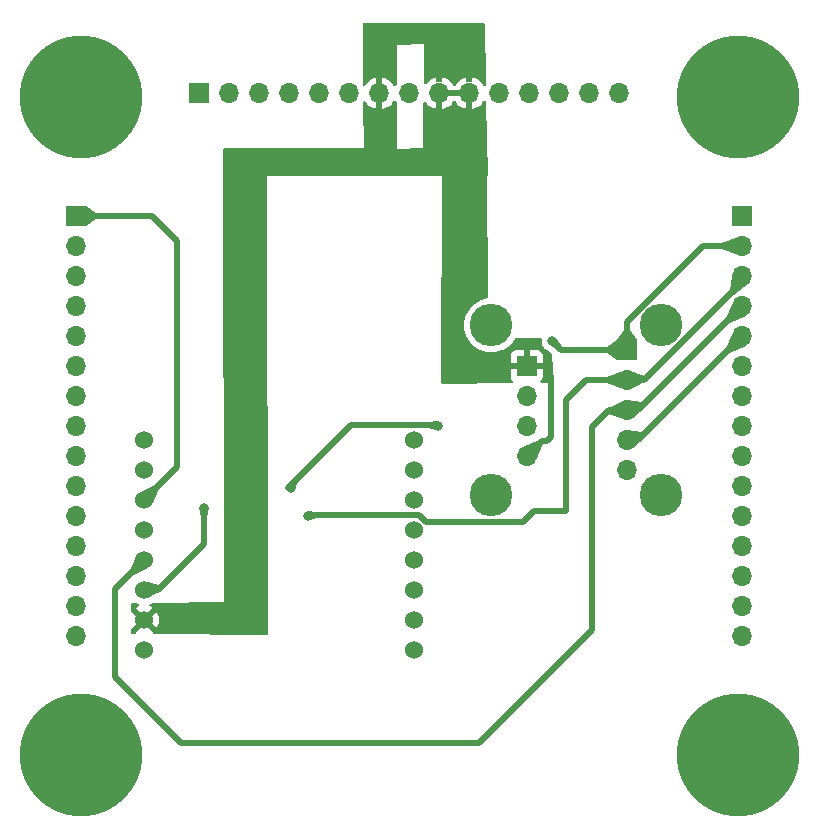
<source format=gbr>
%TF.GenerationSoftware,KiCad,Pcbnew,7.0.7*%
%TF.CreationDate,2024-04-01T01:40:13+05:30*%
%TF.ProjectId,FC_THT_STACK_2,46435f54-4854-45f5-9354-41434b5f322e,rev?*%
%TF.SameCoordinates,Original*%
%TF.FileFunction,Copper,L1,Top*%
%TF.FilePolarity,Positive*%
%FSLAX46Y46*%
G04 Gerber Fmt 4.6, Leading zero omitted, Abs format (unit mm)*
G04 Created by KiCad (PCBNEW 7.0.7) date 2024-04-01 01:40:13*
%MOMM*%
%LPD*%
G01*
G04 APERTURE LIST*
%TA.AperFunction,ComponentPad*%
%ADD10C,3.600000*%
%TD*%
%TA.AperFunction,ComponentPad*%
%ADD11R,1.700000X1.700000*%
%TD*%
%TA.AperFunction,ComponentPad*%
%ADD12O,1.700000X1.700000*%
%TD*%
%TA.AperFunction,ComponentPad*%
%ADD13C,10.400000*%
%TD*%
%TA.AperFunction,ComponentPad*%
%ADD14C,1.524000*%
%TD*%
%TA.AperFunction,ViaPad*%
%ADD15C,0.800000*%
%TD*%
%TA.AperFunction,Conductor*%
%ADD16C,0.500000*%
%TD*%
G04 APERTURE END LIST*
D10*
%TO.P,U2,*%
%TO.N,*%
X130070600Y-81543800D03*
X130070600Y-95943800D03*
X144470600Y-81543800D03*
X144470600Y-95943800D03*
D11*
%TO.P,U2,1,VIO*%
%TO.N,3.3V*%
X133070600Y-85013800D03*
D12*
%TO.P,U2,2,GND*%
%TO.N,GND*%
X133070600Y-87553800D03*
%TO.P,U2,3,CS*%
%TO.N,CS_ADXL*%
X133070600Y-90093800D03*
%TO.P,U2,4,VS*%
%TO.N,3.3V*%
X133070600Y-92633800D03*
%TO.P,U2,5,INT2*%
%TO.N,unconnected-(U2-INT2-Pad5)*%
X141540600Y-93813800D03*
%TO.P,U2,6,INT1*%
%TO.N,INT_ADXL*%
X141540600Y-91273800D03*
%TO.P,U2,7,SDO*%
%TO.N,MISO_SPI2*%
X141540600Y-88733800D03*
%TO.P,U2,8,SDA*%
%TO.N,MOSI_SPI2*%
X141540600Y-86193800D03*
D11*
%TO.P,U2,9,SCL*%
%TO.N,SCLK_SPI2*%
X141540600Y-83653800D03*
%TD*%
%TO.P,U1,1*%
%TO.N,CS_ADXL*%
X151326800Y-72321800D03*
D12*
%TO.P,U1,2*%
%TO.N,SCLK_SPI2*%
X151326800Y-74861800D03*
%TO.P,U1,3*%
%TO.N,MOSI_SPI2*%
X151326800Y-77401800D03*
%TO.P,U1,4*%
%TO.N,MISO_SPI2*%
X151326800Y-79941800D03*
%TO.P,U1,5*%
%TO.N,INT_ADXL*%
X151326800Y-82481800D03*
%TO.P,U1,6*%
%TO.N,unconnected-(U1-Pad6)*%
X151326800Y-85021800D03*
%TO.P,U1,7*%
%TO.N,unconnected-(U1-Pad7)*%
X151326800Y-87561800D03*
%TO.P,U1,8*%
%TO.N,unconnected-(U1-Pad8)*%
X151326800Y-90101800D03*
%TO.P,U1,9*%
%TO.N,unconnected-(U1-Pad9)*%
X151326800Y-92641800D03*
%TO.P,U1,10*%
%TO.N,unconnected-(U1-Pad10)*%
X151326800Y-95181800D03*
%TO.P,U1,11*%
%TO.N,unconnected-(U1-Pad11)*%
X151326800Y-97721800D03*
%TO.P,U1,12*%
%TO.N,unconnected-(U1-Pad12)*%
X151326800Y-100261800D03*
%TO.P,U1,13*%
%TO.N,unconnected-(U1-Pad13)*%
X151326800Y-102801800D03*
%TO.P,U1,14*%
%TO.N,unconnected-(U1-Pad14)*%
X151326800Y-105341800D03*
%TO.P,U1,15*%
%TO.N,unconnected-(U1-Pad15)*%
X151326800Y-107881800D03*
%TO.P,U1,16*%
%TO.N,unconnected-(U1-Pad16)*%
X94926800Y-107851800D03*
%TO.P,U1,17*%
%TO.N,unconnected-(U1-Pad17)*%
X94926800Y-105311800D03*
%TO.P,U1,18*%
%TO.N,unconnected-(U1-Pad18)*%
X94926800Y-102771800D03*
%TO.P,U1,19*%
%TO.N,unconnected-(U1-Pad19)*%
X94926800Y-100231800D03*
%TO.P,U1,20*%
%TO.N,unconnected-(U1-Pad20)*%
X94926800Y-97691800D03*
%TO.P,U1,21*%
%TO.N,unconnected-(U1-Pad21)*%
X94926800Y-95151800D03*
%TO.P,U1,22*%
%TO.N,unconnected-(U1-Pad22)*%
X94926800Y-92611800D03*
%TO.P,U1,23*%
%TO.N,unconnected-(U1-Pad23)*%
X94926800Y-90071800D03*
%TO.P,U1,24*%
%TO.N,unconnected-(U1-Pad24)*%
X94926800Y-87531800D03*
%TO.P,U1,25*%
%TO.N,unconnected-(U1-Pad25)*%
X94926800Y-84991800D03*
%TO.P,U1,26*%
%TO.N,unconnected-(U1-Pad26)*%
X94926800Y-82451800D03*
%TO.P,U1,27*%
%TO.N,unconnected-(U1-Pad27)*%
X94926800Y-79911800D03*
%TO.P,U1,28*%
%TO.N,unconnected-(U1-Pad28)*%
X94926800Y-77371800D03*
%TO.P,U1,29*%
%TO.N,unconnected-(U1-Pad29)*%
X94926800Y-74831800D03*
D11*
%TO.P,U1,30*%
%TO.N,CS_MS5607*%
X94926800Y-72291800D03*
%TO.P,U1,31*%
%TO.N,unconnected-(U1-Pad31)*%
X105351800Y-61906800D03*
D12*
%TO.P,U1,32*%
%TO.N,unconnected-(U1-Pad32)*%
X107891800Y-61906800D03*
%TO.P,U1,33*%
%TO.N,unconnected-(U1-Pad33)*%
X110431800Y-61906800D03*
%TO.P,U1,34*%
%TO.N,unconnected-(U1-Pad34)*%
X112971800Y-61906800D03*
%TO.P,U1,35*%
%TO.N,unconnected-(U1-Pad35)*%
X115511800Y-61906800D03*
%TO.P,U1,36*%
%TO.N,unconnected-(U1-Pad36)*%
X118051800Y-61906800D03*
%TO.P,U1,37*%
%TO.N,3.3V*%
X120591800Y-61906800D03*
%TO.P,U1,38*%
%TO.N,unconnected-(U1-Pad38)*%
X123131800Y-61906800D03*
%TO.P,U1,39*%
%TO.N,3.3V*%
X125671800Y-61906800D03*
%TO.P,U1,40*%
X128211800Y-61906800D03*
%TO.P,U1,41*%
%TO.N,unconnected-(U1-Pad41)*%
X130751800Y-61906800D03*
%TO.P,U1,42*%
%TO.N,unconnected-(U1-Pad42)*%
X133291800Y-61906800D03*
%TO.P,U1,43*%
%TO.N,unconnected-(U1-Pad43)*%
X135831800Y-61906800D03*
%TO.P,U1,44*%
%TO.N,unconnected-(U1-Pad44)*%
X138371800Y-61906800D03*
%TO.P,U1,45*%
%TO.N,unconnected-(U1-Pad45)*%
X140911800Y-61906800D03*
D13*
%TO.P,U1,49,1*%
%TO.N,GND*%
X150926800Y-117906800D03*
%TO.P,U1,50,1*%
X95326800Y-117906800D03*
%TO.P,U1,51,1*%
X95326800Y-62206800D03*
%TO.P,U1,52,1*%
X150926800Y-62221800D03*
%TD*%
D14*
%TO.P,U3,1,NC*%
%TO.N,unconnected-(U3-NC-Pad1)*%
X100694800Y-91262200D03*
%TO.P,U3,2,NC*%
%TO.N,unconnected-(U3-NC-Pad2)*%
X100694800Y-93802200D03*
%TO.P,U3,3,CS*%
%TO.N,CS_MS5607*%
X100694800Y-96342200D03*
%TO.P,U3,4,SCK*%
%TO.N,SCLK_SPI2*%
X100694800Y-98882200D03*
%TO.P,U3,5,SDO*%
%TO.N,MISO_SPI2*%
X100694800Y-101422200D03*
%TO.P,U3,6,SDI*%
%TO.N,MOSI_SPI2*%
X100694800Y-103962200D03*
%TO.P,U3,7,3.3V*%
%TO.N,3.3V*%
X100694800Y-106502200D03*
%TO.P,U3,8,GND*%
%TO.N,GND*%
X100694800Y-109042200D03*
%TO.P,U3,9,GND*%
X123494800Y-109042200D03*
%TO.P,U3,10,NC*%
%TO.N,unconnected-(U3-NC-Pad10)*%
X123494800Y-106502200D03*
%TO.P,U3,11,SDA*%
%TO.N,unconnected-(U3-SDA-Pad11)*%
X123494800Y-103962200D03*
%TO.P,U3,12,SCL*%
%TO.N,unconnected-(U3-SCL-Pad12)*%
X123494800Y-101422200D03*
%TO.P,U3,13,NC*%
%TO.N,unconnected-(U3-NC-Pad13)*%
X123494800Y-98882200D03*
%TO.P,U3,14,NC*%
%TO.N,unconnected-(U3-NC-Pad14)*%
X123494800Y-96342200D03*
%TO.P,U3,15,NC*%
%TO.N,unconnected-(U3-NC-Pad15)*%
X123494800Y-93802200D03*
%TO.P,U3,16,NC*%
%TO.N,unconnected-(U3-NC-Pad16)*%
X123494800Y-91262200D03*
%TD*%
D15*
%TO.N,SCLK_SPI2*%
X113080800Y-95300800D03*
X135229600Y-82880200D03*
X125526800Y-90068400D03*
%TO.N,MOSI_SPI2*%
X114554000Y-97663000D03*
X105740200Y-97028000D03*
%TD*%
D16*
%TO.N,SCLK_SPI2*%
X125466800Y-90017600D02*
X125416000Y-90017600D01*
X112877600Y-95300800D02*
X113080800Y-95300800D01*
X135229600Y-82880200D02*
X136003200Y-83653800D01*
X141540600Y-81291819D02*
X141540600Y-83653800D01*
X151326800Y-74861800D02*
X147970619Y-74861800D01*
X147970619Y-74861800D02*
X141540600Y-81291819D01*
X125416000Y-90017600D02*
X125526800Y-90068400D01*
X118160800Y-90017600D02*
X112877600Y-95300800D01*
X125526800Y-90068400D02*
X125517600Y-90017600D01*
X125517600Y-90017600D02*
X118160800Y-90017600D01*
X136003200Y-83653800D02*
X141540600Y-83653800D01*
%TO.N,MOSI_SPI2*%
X105740200Y-100076000D02*
X105740200Y-97028000D01*
X138113600Y-86193800D02*
X136398000Y-87909400D01*
X100694800Y-103962200D02*
X101854000Y-103962200D01*
X143015800Y-86193800D02*
X151326800Y-77882800D01*
X123964227Y-97637600D02*
X114579400Y-97637600D01*
X101854000Y-103962200D02*
X105740200Y-100076000D01*
X151326800Y-77882800D02*
X151326800Y-77401800D01*
X141540600Y-86193800D02*
X138113600Y-86193800D01*
X133680200Y-97282000D02*
X132768400Y-98193800D01*
X141540600Y-86193800D02*
X143015800Y-86193800D01*
X136398000Y-97282000D02*
X133680200Y-97282000D01*
X136398000Y-87909400D02*
X136398000Y-97282000D01*
X132768400Y-98193800D02*
X124520427Y-98193800D01*
X114579400Y-97637600D02*
X114554000Y-97663000D01*
X124520427Y-98193800D02*
X123964227Y-97637600D01*
%TO.N,MISO_SPI2*%
X129032000Y-116916200D02*
X138582400Y-107365800D01*
X100694800Y-101422200D02*
X98196400Y-103920600D01*
X151326800Y-79941800D02*
X142534800Y-88733800D01*
X103759000Y-116916200D02*
X129032000Y-116916200D01*
X138582400Y-90195400D02*
X140044000Y-88733800D01*
X138582400Y-107365800D02*
X138582400Y-90195400D01*
X98196400Y-111353600D02*
X103759000Y-116916200D01*
X142534800Y-88733800D02*
X142240600Y-88733800D01*
X140044000Y-88733800D02*
X141540600Y-88733800D01*
X98196400Y-103920600D02*
X98196400Y-111353600D01*
%TO.N,CS_MS5607*%
X101324000Y-72291800D02*
X103479600Y-74447400D01*
X103479600Y-74447400D02*
X103479600Y-93557400D01*
X100999600Y-96647000D02*
X100694800Y-96342200D01*
X94926800Y-72291800D02*
X101324000Y-72291800D01*
X103479600Y-93557400D02*
X100694800Y-96342200D01*
%TO.N,INT_ADXL*%
X142534800Y-91273800D02*
X141540600Y-91273800D01*
X151326800Y-82481800D02*
X142534800Y-91273800D01*
%TO.N,3.3V*%
X134370600Y-91333800D02*
X134827800Y-91333800D01*
X135128000Y-91033600D02*
X135128000Y-86055200D01*
X134827800Y-91333800D02*
X135128000Y-91033600D01*
X135128000Y-86055200D02*
X135001000Y-85928200D01*
X133070600Y-92633800D02*
X134370600Y-91333800D01*
%TD*%
%TA.AperFunction,Conductor*%
%TO.N,SCLK_SPI2*%
G36*
X135519021Y-82607317D02*
G01*
X135520383Y-82608962D01*
X135966578Y-83261095D01*
X135968422Y-83269858D01*
X135965195Y-83275975D01*
X135625375Y-83615795D01*
X135617102Y-83619222D01*
X135610495Y-83617178D01*
X134958362Y-83170983D01*
X134953469Y-83163483D01*
X134955313Y-83154720D01*
X134956675Y-83153075D01*
X135228893Y-82879493D01*
X135502475Y-82607275D01*
X135510756Y-82603869D01*
X135519021Y-82607317D01*
G37*
%TD.AperFunction*%
%TD*%
%TA.AperFunction,Conductor*%
%TO.N,SCLK_SPI2*%
G36*
X125522311Y-89672417D02*
G01*
X125526742Y-89680199D01*
X125526833Y-89681628D01*
X125527794Y-90066044D01*
X125526893Y-90070575D01*
X125377664Y-90428506D01*
X125371317Y-90434824D01*
X125363842Y-90435307D01*
X124745582Y-90269921D01*
X124738475Y-90264472D01*
X124736905Y-90258618D01*
X124736905Y-89777922D01*
X124740332Y-89769649D01*
X124747144Y-89766314D01*
X125513675Y-89670048D01*
X125522311Y-89672417D01*
G37*
%TD.AperFunction*%
%TD*%
%TA.AperFunction,Conductor*%
%TO.N,MISO_SPI2*%
G36*
X100001181Y-101134878D02*
G01*
X100691011Y-101419637D01*
X100697351Y-101425962D01*
X100697362Y-101425988D01*
X100982120Y-102115815D01*
X100982109Y-102124769D01*
X100976208Y-102130902D01*
X99801354Y-102673188D01*
X99792407Y-102673544D01*
X99788178Y-102670838D01*
X99446161Y-102328821D01*
X99442734Y-102320548D01*
X99443809Y-102315650D01*
X99986098Y-101140789D01*
X99992676Y-101134715D01*
X100001181Y-101134878D01*
G37*
%TD.AperFunction*%
%TD*%
%TA.AperFunction,Conductor*%
%TO.N,SCLK_SPI2*%
G36*
X140697568Y-82810760D02*
G01*
X141533312Y-83645522D01*
X141536744Y-83653793D01*
X141533322Y-83662068D01*
X141533312Y-83662078D01*
X140697568Y-84496839D01*
X140689293Y-84500261D01*
X140682553Y-84498120D01*
X140680738Y-84496839D01*
X139845553Y-83907296D01*
X139840770Y-83899725D01*
X139840600Y-83897737D01*
X139840600Y-83409862D01*
X139844027Y-83401589D01*
X139845547Y-83400307D01*
X140682555Y-82809478D01*
X140691288Y-82807508D01*
X140697568Y-82810760D01*
G37*
%TD.AperFunction*%
%TD*%
%TA.AperFunction,Conductor*%
%TO.N,MOSI_SPI2*%
G36*
X106126139Y-97027964D02*
G01*
X106134402Y-97031412D01*
X106137808Y-97039693D01*
X106137608Y-97041820D01*
X105991990Y-97818456D01*
X105987097Y-97825956D01*
X105980490Y-97828000D01*
X105499910Y-97828000D01*
X105491637Y-97824573D01*
X105488410Y-97818456D01*
X105342791Y-97041820D01*
X105344635Y-97033057D01*
X105352135Y-97028164D01*
X105354252Y-97027964D01*
X105740200Y-97027000D01*
X106126139Y-97027964D01*
G37*
%TD.AperFunction*%
%TD*%
%TA.AperFunction,Conductor*%
%TO.N,MISO_SPI2*%
G36*
X150552074Y-79620884D02*
G01*
X151323015Y-79939238D01*
X151329352Y-79945561D01*
X151329362Y-79945585D01*
X151647714Y-80716523D01*
X151647705Y-80725478D01*
X151641607Y-80731700D01*
X150308818Y-81317439D01*
X150299866Y-81317631D01*
X150295838Y-81315001D01*
X149953598Y-80972761D01*
X149950171Y-80964488D01*
X149951159Y-80959784D01*
X150536899Y-79626991D01*
X150543365Y-79620796D01*
X150552074Y-79620884D01*
G37*
%TD.AperFunction*%
%TD*%
%TA.AperFunction,Conductor*%
%TO.N,SCLK_SPI2*%
G36*
X113356104Y-94485153D02*
G01*
X113695981Y-94825030D01*
X113699408Y-94833303D01*
X113698561Y-94837675D01*
X113454756Y-95442939D01*
X113448486Y-95449332D01*
X113439531Y-95449420D01*
X113439451Y-95449387D01*
X113082272Y-95302403D01*
X113078430Y-95299835D01*
X112806256Y-95026297D01*
X112802850Y-95018016D01*
X112806298Y-95009751D01*
X113339628Y-94485083D01*
X113347927Y-94481726D01*
X113356104Y-94485153D01*
G37*
%TD.AperFunction*%
%TD*%
%TA.AperFunction,Conductor*%
%TO.N,3.3V*%
G36*
X134101561Y-91260598D02*
G01*
X134443801Y-91602838D01*
X134447228Y-91611111D01*
X134446239Y-91615818D01*
X133860500Y-92948607D01*
X133854034Y-92954803D01*
X133845323Y-92954714D01*
X133074385Y-92636362D01*
X133068047Y-92630038D01*
X132749685Y-91859074D01*
X132749694Y-91850121D01*
X132755791Y-91843899D01*
X134088582Y-91258159D01*
X134097533Y-91257968D01*
X134101561Y-91260598D01*
G37*
%TD.AperFunction*%
%TD*%
%TA.AperFunction,Conductor*%
%TO.N,INT_ADXL*%
G36*
X150552074Y-82160884D02*
G01*
X151323015Y-82479238D01*
X151329352Y-82485561D01*
X151329362Y-82485585D01*
X151647714Y-83256523D01*
X151647705Y-83265478D01*
X151641607Y-83271700D01*
X150308818Y-83857439D01*
X150299866Y-83857631D01*
X150295838Y-83855001D01*
X149953598Y-83512761D01*
X149950171Y-83504488D01*
X149951159Y-83499784D01*
X150536899Y-82166991D01*
X150543365Y-82160796D01*
X150552074Y-82160884D01*
G37*
%TD.AperFunction*%
%TD*%
%TA.AperFunction,Conductor*%
%TO.N,3.3V*%
G36*
X129483785Y-55950760D02*
G01*
X129529799Y-56003339D01*
X129541252Y-56054144D01*
X129590800Y-60934600D01*
X129146632Y-60932443D01*
X129082882Y-60868694D01*
X128889378Y-60733199D01*
X128675292Y-60633370D01*
X128675286Y-60633367D01*
X128461800Y-60576164D01*
X128461800Y-60929119D01*
X127961799Y-60926692D01*
X127961799Y-60576164D01*
X127748313Y-60633367D01*
X127748307Y-60633370D01*
X127534222Y-60733199D01*
X127534220Y-60733200D01*
X127340726Y-60868686D01*
X127340720Y-60868691D01*
X127285999Y-60923411D01*
X126594241Y-60920053D01*
X126542882Y-60868694D01*
X126349378Y-60733199D01*
X126135292Y-60633370D01*
X126135286Y-60633367D01*
X125921800Y-60576164D01*
X125921800Y-60916789D01*
X125421800Y-60914362D01*
X125421800Y-60576164D01*
X125421799Y-60576164D01*
X125208313Y-60633367D01*
X125208307Y-60633370D01*
X124994222Y-60733199D01*
X124994220Y-60733200D01*
X124800726Y-60868686D01*
X124800720Y-60868691D01*
X124758269Y-60911141D01*
X124358400Y-60909200D01*
X124358400Y-60756800D01*
X124383800Y-57759600D01*
X124383799Y-57759600D01*
X122072399Y-57785000D01*
X122053157Y-60036371D01*
X122047000Y-60756800D01*
X121321582Y-60769753D01*
X121269378Y-60733199D01*
X121055292Y-60633370D01*
X121055286Y-60633367D01*
X120841800Y-60576164D01*
X120841800Y-60778321D01*
X120341800Y-60787249D01*
X120341800Y-60576164D01*
X120341799Y-60576164D01*
X120128313Y-60633367D01*
X120128307Y-60633370D01*
X119914222Y-60733199D01*
X119914220Y-60733200D01*
X119823819Y-60796498D01*
X119209208Y-60807474D01*
X119209207Y-60807474D01*
X119208908Y-60782514D01*
X119205441Y-60776385D01*
X119202200Y-60748218D01*
X119202200Y-60223400D01*
X119177543Y-56105733D01*
X119196826Y-56038576D01*
X119249355Y-55992506D01*
X119300930Y-55980991D01*
X129416652Y-55931404D01*
X129483785Y-55950760D01*
G37*
%TD.AperFunction*%
%TD*%
%TA.AperFunction,Conductor*%
%TO.N,MOSI_SPI2*%
G36*
X142995735Y-85857174D02*
G01*
X142999690Y-85859775D01*
X143340213Y-86200298D01*
X143343640Y-86208571D01*
X143340213Y-86216844D01*
X143337310Y-86218966D01*
X141877177Y-86973262D01*
X141868254Y-86974014D01*
X141861412Y-86968237D01*
X141861002Y-86967356D01*
X141550055Y-86218966D01*
X141541754Y-86198988D01*
X141541746Y-86190039D01*
X141861466Y-85419146D01*
X141867800Y-85412818D01*
X141876591Y-85412755D01*
X142995735Y-85857174D01*
G37*
%TD.AperFunction*%
%TD*%
%TA.AperFunction,Conductor*%
%TO.N,SCLK_SPI2*%
G36*
X141792810Y-81957227D02*
G01*
X141794096Y-81958753D01*
X142384920Y-82795753D01*
X142386891Y-82804488D01*
X142383639Y-82810768D01*
X141548878Y-83646512D01*
X141540607Y-83649944D01*
X141532332Y-83646522D01*
X141532322Y-83646512D01*
X140697560Y-82810768D01*
X140694138Y-82802493D01*
X140696277Y-82795756D01*
X141287103Y-81958753D01*
X141294675Y-81953970D01*
X141296663Y-81953800D01*
X141784537Y-81953800D01*
X141792810Y-81957227D01*
G37*
%TD.AperFunction*%
%TD*%
%TA.AperFunction,Conductor*%
%TO.N,CS_MS5607*%
G36*
X95784844Y-71447478D02*
G01*
X96621847Y-72038304D01*
X96626630Y-72045874D01*
X96626800Y-72047862D01*
X96626800Y-72535737D01*
X96623373Y-72544010D01*
X96621847Y-72545296D01*
X95784846Y-73136120D01*
X95776111Y-73138091D01*
X95769831Y-73134839D01*
X95179594Y-72545296D01*
X94934086Y-72300076D01*
X94930655Y-72291807D01*
X94934076Y-72283533D01*
X95769832Y-71448759D01*
X95778106Y-71445338D01*
X95784844Y-71447478D01*
G37*
%TD.AperFunction*%
%TD*%
%TA.AperFunction,Conductor*%
%TO.N,MISO_SPI2*%
G36*
X141553821Y-87885548D02*
G01*
X142853166Y-88057427D01*
X142859904Y-88060753D01*
X143201752Y-88402601D01*
X143205179Y-88410874D01*
X143201752Y-88419147D01*
X143201127Y-88419728D01*
X142149862Y-89327740D01*
X142141361Y-89330555D01*
X142133951Y-89327169D01*
X141543334Y-88737939D01*
X141539897Y-88729670D01*
X141539897Y-88729646D01*
X141540588Y-87897135D01*
X141544022Y-87888868D01*
X141552298Y-87885448D01*
X141553821Y-87885548D01*
G37*
%TD.AperFunction*%
%TD*%
%TA.AperFunction,Conductor*%
%TO.N,CS_MS5607*%
G36*
X101601421Y-95093561D02*
G01*
X101943438Y-95435578D01*
X101946865Y-95443851D01*
X101945788Y-95448754D01*
X101403502Y-96623608D01*
X101396923Y-96629684D01*
X101388415Y-96629520D01*
X101177352Y-96542394D01*
X100698588Y-96344762D01*
X100692248Y-96338437D01*
X100692237Y-96338411D01*
X100407479Y-95648582D01*
X100407490Y-95639630D01*
X100413389Y-95633498D01*
X101588248Y-95091210D01*
X101597192Y-95090855D01*
X101601421Y-95093561D01*
G37*
%TD.AperFunction*%
%TD*%
%TA.AperFunction,Conductor*%
%TO.N,MOSI_SPI2*%
G36*
X101932247Y-103526640D02*
G01*
X101937326Y-103529622D01*
X102278156Y-103870452D01*
X102281583Y-103878725D01*
X102278156Y-103886998D01*
X102275924Y-103888745D01*
X100998037Y-104659183D01*
X100989183Y-104660520D01*
X100981976Y-104655204D01*
X100981192Y-104653654D01*
X100695956Y-103967391D01*
X100695946Y-103958439D01*
X100982417Y-103267816D01*
X100988752Y-103261488D01*
X100996415Y-103261045D01*
X101932247Y-103526640D01*
G37*
%TD.AperFunction*%
%TD*%
%TA.AperFunction,Conductor*%
%TO.N,SCLK_SPI2*%
G36*
X150999810Y-74080845D02*
G01*
X151005908Y-74087067D01*
X151325934Y-74857311D01*
X151325943Y-74866266D01*
X151325934Y-74866289D01*
X151005908Y-75636532D01*
X150999569Y-75642857D01*
X150990858Y-75642946D01*
X149634255Y-75114702D01*
X149627789Y-75108506D01*
X149626800Y-75103799D01*
X149626800Y-74619800D01*
X149630227Y-74611527D01*
X149634255Y-74608897D01*
X150990858Y-74080653D01*
X150999810Y-74080845D01*
G37*
%TD.AperFunction*%
%TD*%
%TA.AperFunction,Conductor*%
%TO.N,MOSI_SPI2*%
G36*
X141213610Y-85412845D02*
G01*
X141219708Y-85419067D01*
X141539734Y-86189311D01*
X141539743Y-86198266D01*
X141539734Y-86198289D01*
X141219708Y-86968532D01*
X141213369Y-86974857D01*
X141204658Y-86974946D01*
X139848055Y-86446702D01*
X139841589Y-86440506D01*
X139840600Y-86435799D01*
X139840600Y-85951800D01*
X139844027Y-85943527D01*
X139848055Y-85940897D01*
X141204658Y-85412653D01*
X141213610Y-85412845D01*
G37*
%TD.AperFunction*%
%TD*%
%TA.AperFunction,Conductor*%
%TO.N,MOSI_SPI2*%
G36*
X151330922Y-77404517D02*
G01*
X151330939Y-77404534D01*
X151918163Y-77993140D01*
X151921580Y-78001417D01*
X151918143Y-78009686D01*
X151916743Y-78010879D01*
X150602837Y-78962543D01*
X150594127Y-78964620D01*
X150587701Y-78961340D01*
X150245601Y-78619240D01*
X150242174Y-78610967D01*
X150242387Y-78608747D01*
X150474962Y-77411258D01*
X150479903Y-77403792D01*
X150486433Y-77401791D01*
X151322646Y-77401097D01*
X151330922Y-77404517D01*
G37*
%TD.AperFunction*%
%TD*%
%TA.AperFunction,Conductor*%
%TO.N,3.3V*%
G36*
X128389312Y-62406307D02*
G01*
X128442115Y-62452062D01*
X128461800Y-62519101D01*
X128461800Y-63237433D01*
X128675283Y-63180233D01*
X128675292Y-63180229D01*
X128889378Y-63080400D01*
X129082882Y-62944905D01*
X129249905Y-62777882D01*
X129379919Y-62592205D01*
X129434496Y-62548581D01*
X129503995Y-62541388D01*
X129566349Y-62572910D01*
X129583068Y-62592205D01*
X129613204Y-62635243D01*
X129635532Y-62701449D01*
X129635602Y-62703721D01*
X129767064Y-68863669D01*
X129749152Y-68929861D01*
X129743200Y-67767200D01*
X125882400Y-67767200D01*
X125882400Y-68681600D01*
X125881358Y-68925051D01*
X125841214Y-68924942D01*
X111048800Y-68884799D01*
X111048799Y-68884800D01*
X111175391Y-107621850D01*
X111155926Y-107688953D01*
X111103272Y-107734880D01*
X111050851Y-107746254D01*
X101514586Y-107704611D01*
X101447633Y-107684634D01*
X101402109Y-107631630D01*
X101391599Y-107569805D01*
X101392986Y-107553940D01*
X100864076Y-107025029D01*
X100830591Y-106963706D01*
X100835575Y-106894014D01*
X100877447Y-106838081D01*
X100892733Y-106828297D01*
X100932051Y-106807020D01*
X101018171Y-106713469D01*
X101018883Y-106711843D01*
X101020452Y-106709977D01*
X101023792Y-106704866D01*
X101024409Y-106705269D01*
X101063836Y-106658358D01*
X101130570Y-106637664D01*
X101197899Y-106656335D01*
X101220122Y-106673969D01*
X101746540Y-107200387D01*
X101746542Y-107200386D01*
X101791893Y-107135620D01*
X101791900Y-107135608D01*
X101885219Y-106935484D01*
X101885224Y-106935470D01*
X101942373Y-106722186D01*
X101942375Y-106722176D01*
X101961621Y-106502200D01*
X101961621Y-106502199D01*
X101942375Y-106282223D01*
X101942373Y-106282213D01*
X101885224Y-106068929D01*
X101885220Y-106068920D01*
X101791898Y-105868790D01*
X101746540Y-105804011D01*
X101217749Y-106332802D01*
X101156426Y-106366287D01*
X101086734Y-106361303D01*
X101030801Y-106319431D01*
X101026260Y-106312943D01*
X100978989Y-106240591D01*
X100978987Y-106240588D01*
X100923473Y-106197380D01*
X100878643Y-106162487D01*
X100878640Y-106162485D01*
X100878288Y-106162212D01*
X100837475Y-106105501D01*
X100833800Y-106035729D01*
X100866769Y-105976677D01*
X101392987Y-105450458D01*
X101328209Y-105405100D01*
X101328207Y-105405099D01*
X101199019Y-105344858D01*
X101146579Y-105298686D01*
X101127427Y-105231493D01*
X101147643Y-105164611D01*
X101199019Y-105120094D01*
X101223269Y-105108786D01*
X101328462Y-105059734D01*
X101337959Y-105053083D01*
X101404160Y-105030751D01*
X101407366Y-105030666D01*
X107442000Y-104952800D01*
X107366047Y-66672510D01*
X107385599Y-66605433D01*
X107438312Y-66559573D01*
X107490308Y-66548265D01*
X119278400Y-66573400D01*
X119232079Y-62713318D01*
X119250957Y-62646051D01*
X119303208Y-62599666D01*
X119372242Y-62588893D01*
X119436141Y-62617153D01*
X119457643Y-62640710D01*
X119553690Y-62777878D01*
X119720717Y-62944905D01*
X119914221Y-63080400D01*
X120128307Y-63180229D01*
X120128316Y-63180233D01*
X120341800Y-63237434D01*
X120341800Y-62519101D01*
X120361485Y-62452062D01*
X120414289Y-62406307D01*
X120483447Y-62396363D01*
X120556037Y-62406800D01*
X120556038Y-62406800D01*
X120627562Y-62406800D01*
X120627563Y-62406800D01*
X120700153Y-62396363D01*
X120769312Y-62406307D01*
X120822115Y-62452062D01*
X120841800Y-62519101D01*
X120841800Y-63237433D01*
X121055283Y-63180233D01*
X121055292Y-63180229D01*
X121269378Y-63080400D01*
X121462882Y-62944905D01*
X121629905Y-62777882D01*
X121759919Y-62592205D01*
X121814496Y-62548581D01*
X121883995Y-62541388D01*
X121946349Y-62572910D01*
X121963069Y-62592206D01*
X122060716Y-62731661D01*
X122083043Y-62797867D01*
X122083140Y-62802305D01*
X122097799Y-66598800D01*
X122097799Y-66598799D01*
X122097800Y-66598800D01*
X124282200Y-66548000D01*
X124332317Y-62739099D01*
X124352881Y-62672328D01*
X124406282Y-62627272D01*
X124475565Y-62618239D01*
X124538734Y-62648097D01*
X124557879Y-62669610D01*
X124633690Y-62777878D01*
X124800717Y-62944905D01*
X124994221Y-63080400D01*
X125208307Y-63180229D01*
X125208316Y-63180233D01*
X125421800Y-63237434D01*
X125421800Y-62519101D01*
X125441485Y-62452062D01*
X125494289Y-62406307D01*
X125563447Y-62396363D01*
X125636037Y-62406800D01*
X125636038Y-62406800D01*
X125707562Y-62406800D01*
X125707563Y-62406800D01*
X125780153Y-62396363D01*
X125849312Y-62406307D01*
X125902115Y-62452062D01*
X125921800Y-62519101D01*
X125921800Y-63237433D01*
X126135283Y-63180233D01*
X126135292Y-63180229D01*
X126349378Y-63080400D01*
X126542882Y-62944905D01*
X126709905Y-62777882D01*
X126840225Y-62591768D01*
X126894802Y-62548144D01*
X126964301Y-62540951D01*
X127026655Y-62572473D01*
X127043375Y-62591768D01*
X127173694Y-62777882D01*
X127340717Y-62944905D01*
X127534221Y-63080400D01*
X127748307Y-63180229D01*
X127748316Y-63180233D01*
X127961800Y-63237434D01*
X127961800Y-62519101D01*
X127981485Y-62452062D01*
X128034289Y-62406307D01*
X128103447Y-62396363D01*
X128176037Y-62406800D01*
X128176038Y-62406800D01*
X128247562Y-62406800D01*
X128247563Y-62406800D01*
X128320153Y-62396363D01*
X128389312Y-62406307D01*
G37*
%TD.AperFunction*%
%TA.AperFunction,Conductor*%
G36*
X100302864Y-106643094D02*
G01*
X100358798Y-106684965D01*
X100363339Y-106691454D01*
X100410613Y-106763812D01*
X100510957Y-106841913D01*
X100510960Y-106841914D01*
X100511311Y-106842187D01*
X100552124Y-106898897D01*
X100555799Y-106968670D01*
X100522830Y-107027722D01*
X99996611Y-107553941D01*
X99997372Y-107562639D01*
X99983604Y-107631139D01*
X99934988Y-107681321D01*
X99873303Y-107697443D01*
X99667251Y-107696544D01*
X99600298Y-107676567D01*
X99554774Y-107623564D01*
X99543798Y-107571355D01*
X99546157Y-107326034D01*
X99566484Y-107259192D01*
X99619725Y-107213947D01*
X99631462Y-107211983D01*
X100171850Y-106671595D01*
X100233173Y-106638110D01*
X100302864Y-106643094D01*
G37*
%TD.AperFunction*%
%TA.AperFunction,Conductor*%
G36*
X100062402Y-105060323D02*
G01*
X100166331Y-105108786D01*
X100190581Y-105120094D01*
X100243020Y-105166266D01*
X100262172Y-105233460D01*
X100241956Y-105300341D01*
X100190581Y-105344858D01*
X100061386Y-105405103D01*
X99996612Y-105450457D01*
X99996611Y-105450458D01*
X100525523Y-105979370D01*
X100559008Y-106040693D01*
X100554024Y-106110385D01*
X100512152Y-106166318D01*
X100496859Y-106176106D01*
X100457549Y-106197379D01*
X100457548Y-106197379D01*
X100371426Y-106290933D01*
X100371426Y-106290934D01*
X100370711Y-106292565D01*
X100369140Y-106294433D01*
X100365808Y-106299534D01*
X100365191Y-106299131D01*
X100325752Y-106346049D01*
X100259015Y-106366735D01*
X100191688Y-106348057D01*
X100169477Y-106330430D01*
X99602171Y-105763125D01*
X99603661Y-105761634D01*
X99578148Y-105736913D01*
X99562036Y-105674588D01*
X99566834Y-105175631D01*
X99587162Y-105108786D01*
X99640404Y-105063541D01*
X99689224Y-105052835D01*
X100008405Y-105048717D01*
X100062402Y-105060323D01*
G37*
%TD.AperFunction*%
%TA.AperFunction,Conductor*%
G36*
X127665492Y-61676485D02*
G01*
X127711247Y-61729289D01*
X127721191Y-61798447D01*
X127717431Y-61815733D01*
X127711800Y-61834911D01*
X127711800Y-61978688D01*
X127717431Y-61997867D01*
X127717430Y-62067736D01*
X127679655Y-62126514D01*
X127616099Y-62155538D01*
X127598453Y-62156800D01*
X126285147Y-62156800D01*
X126218108Y-62137115D01*
X126172353Y-62084311D01*
X126162409Y-62015153D01*
X126166169Y-61997867D01*
X126171800Y-61978688D01*
X126171800Y-61834911D01*
X126166169Y-61815733D01*
X126166170Y-61745864D01*
X126203945Y-61687086D01*
X126267501Y-61658062D01*
X126285147Y-61656800D01*
X127598453Y-61656800D01*
X127665492Y-61676485D01*
G37*
%TD.AperFunction*%
%TA.AperFunction,Conductor*%
G36*
X120841800Y-61294498D02*
G01*
X120822115Y-61361537D01*
X120769311Y-61407292D01*
X120700155Y-61417236D01*
X120627566Y-61406800D01*
X120627563Y-61406800D01*
X120556037Y-61406800D01*
X120556033Y-61406800D01*
X120483445Y-61417236D01*
X120414287Y-61407292D01*
X120361484Y-61361536D01*
X120341800Y-61294498D01*
X120341800Y-60787250D01*
X120841800Y-60778321D01*
X120841800Y-61294498D01*
G37*
%TD.AperFunction*%
%TA.AperFunction,Conductor*%
G36*
X127285999Y-60923411D02*
G01*
X127173691Y-61035720D01*
X127173690Y-61035722D01*
X127043375Y-61221831D01*
X126988798Y-61265455D01*
X126919299Y-61272648D01*
X126856945Y-61241126D01*
X126840225Y-61221831D01*
X126709909Y-61035722D01*
X126709908Y-61035720D01*
X126594241Y-60920053D01*
X127285999Y-60923411D01*
G37*
%TD.AperFunction*%
%TA.AperFunction,Conductor*%
G36*
X122068971Y-60063309D02*
G01*
X122072680Y-60092936D01*
X122076260Y-61020163D01*
X122056834Y-61087278D01*
X122053836Y-61091765D01*
X121963069Y-61221395D01*
X121908492Y-61265020D01*
X121838994Y-61272214D01*
X121776639Y-61240691D01*
X121759919Y-61221395D01*
X121629913Y-61035726D01*
X121629908Y-61035720D01*
X121462882Y-60868694D01*
X121321582Y-60769753D01*
X122047000Y-60756800D01*
X122053157Y-60036372D01*
X122068971Y-60063309D01*
G37*
%TD.AperFunction*%
%TA.AperFunction,Conductor*%
G36*
X129589000Y-60633626D02*
G01*
X129591943Y-60657962D01*
X129602296Y-61143097D01*
X129584046Y-61210542D01*
X129532230Y-61257413D01*
X129463300Y-61268829D01*
X129399139Y-61241167D01*
X129376749Y-61216867D01*
X129249909Y-61035722D01*
X129249908Y-61035720D01*
X129146631Y-60932443D01*
X129590800Y-60934600D01*
X129587721Y-60631313D01*
X129589000Y-60633626D01*
G37*
%TD.AperFunction*%
%TA.AperFunction,Conductor*%
G36*
X119720726Y-60868686D02*
G01*
X119720720Y-60868691D01*
X119553691Y-61035720D01*
X119553690Y-61035722D01*
X119438648Y-61200018D01*
X119384071Y-61243643D01*
X119314572Y-61250835D01*
X119252217Y-61219313D01*
X119216804Y-61159083D01*
X119213083Y-61130397D01*
X119209208Y-60807474D01*
X119823818Y-60796499D01*
X119720726Y-60868686D01*
G37*
%TD.AperFunction*%
%TA.AperFunction,Conductor*%
G36*
X124358400Y-60909200D02*
G01*
X124758269Y-60911141D01*
X124633691Y-61035720D01*
X124633683Y-61035729D01*
X124580245Y-61112047D01*
X124525668Y-61155672D01*
X124456170Y-61162864D01*
X124393815Y-61131341D01*
X124358402Y-61071111D01*
X124354682Y-61039298D01*
X124358400Y-60756800D01*
X124358400Y-60909200D01*
G37*
%TD.AperFunction*%
%TD*%
%TA.AperFunction,Conductor*%
%TO.N,MISO_SPI2*%
G36*
X141219791Y-87959350D02*
G01*
X141220149Y-87960129D01*
X141539444Y-88728609D01*
X141539453Y-88737564D01*
X141539446Y-88737580D01*
X141219776Y-89508350D01*
X141213442Y-89514679D01*
X141204547Y-89514700D01*
X140079134Y-89055293D01*
X140075283Y-89052734D01*
X139734835Y-88712286D01*
X139731408Y-88704013D01*
X139734835Y-88695740D01*
X139737840Y-88693566D01*
X141204077Y-87954170D01*
X141213006Y-87953506D01*
X141219791Y-87959350D01*
G37*
%TD.AperFunction*%
%TD*%
%TA.AperFunction,Conductor*%
%TO.N,INT_ADXL*%
G36*
X141553821Y-90425548D02*
G01*
X142853166Y-90597427D01*
X142859904Y-90600753D01*
X143201752Y-90942601D01*
X143205179Y-90950874D01*
X143201752Y-90959147D01*
X143201127Y-90959728D01*
X142149862Y-91867740D01*
X142141361Y-91870555D01*
X142133951Y-91867169D01*
X141543334Y-91277939D01*
X141539897Y-91269670D01*
X141539897Y-91269646D01*
X141540588Y-90437135D01*
X141544022Y-90428868D01*
X141552298Y-90425448D01*
X141553821Y-90425548D01*
G37*
%TD.AperFunction*%
%TD*%
%TA.AperFunction,Conductor*%
%TO.N,3.3V*%
G36*
X129749151Y-68929864D02*
G01*
X129749151Y-68929868D01*
X129801470Y-79149364D01*
X129782129Y-79216504D01*
X129729560Y-79262528D01*
X129701664Y-79271616D01*
X129473913Y-79316919D01*
X129473901Y-79316922D01*
X129188352Y-79413853D01*
X129188331Y-79413862D01*
X128917886Y-79547231D01*
X128917879Y-79547235D01*
X128667140Y-79714773D01*
X128440410Y-79913610D01*
X128241573Y-80140340D01*
X128074035Y-80391079D01*
X128074031Y-80391086D01*
X127940662Y-80661531D01*
X127940653Y-80661552D01*
X127843722Y-80947101D01*
X127843718Y-80947116D01*
X127784888Y-81242869D01*
X127784887Y-81242881D01*
X127765164Y-81543799D01*
X127784887Y-81844718D01*
X127784888Y-81844730D01*
X127843718Y-82140483D01*
X127843722Y-82140498D01*
X127940653Y-82426047D01*
X127940662Y-82426068D01*
X128074031Y-82696513D01*
X128074035Y-82696520D01*
X128241573Y-82947259D01*
X128440410Y-83173989D01*
X128667140Y-83372826D01*
X128917879Y-83540364D01*
X128917886Y-83540368D01*
X129188331Y-83673737D01*
X129188336Y-83673739D01*
X129188348Y-83673745D01*
X129473909Y-83770680D01*
X129654535Y-83806609D01*
X129769669Y-83829511D01*
X129769670Y-83829511D01*
X129769680Y-83829513D01*
X130070600Y-83849236D01*
X130371520Y-83829513D01*
X130667291Y-83770680D01*
X130952852Y-83673745D01*
X131223318Y-83540366D01*
X131474061Y-83372825D01*
X131700789Y-83173989D01*
X131899625Y-82947261D01*
X132067166Y-82696518D01*
X132067167Y-82696514D01*
X132069194Y-82693006D01*
X132070480Y-82693748D01*
X132113578Y-82646890D01*
X132176312Y-82629153D01*
X134213670Y-82609749D01*
X134280892Y-82628794D01*
X134327148Y-82681160D01*
X134338170Y-82746703D01*
X134324140Y-82880199D01*
X134324140Y-82880200D01*
X134343926Y-83068456D01*
X134343927Y-83068459D01*
X134402418Y-83248477D01*
X134402421Y-83248484D01*
X134497067Y-83412416D01*
X134561565Y-83484048D01*
X134565526Y-83488923D01*
X134566937Y-83490853D01*
X134566940Y-83490856D01*
X134566941Y-83490857D01*
X134569131Y-83492868D01*
X134573261Y-83497038D01*
X134612272Y-83540364D01*
X134623729Y-83553088D01*
X134623735Y-83553093D01*
X134776870Y-83664351D01*
X134787705Y-83669176D01*
X134807287Y-83680116D01*
X135194969Y-83945370D01*
X135239182Y-83999471D01*
X135248678Y-84039514D01*
X135398691Y-86304705D01*
X135383479Y-86372899D01*
X135333814Y-86422043D01*
X135275618Y-86436897D01*
X134356083Y-86441762D01*
X134288940Y-86422433D01*
X134242907Y-86369871D01*
X134232597Y-86300767D01*
X134261286Y-86237058D01*
X134271632Y-86227374D01*
X134271518Y-86227260D01*
X134277790Y-86220987D01*
X134363950Y-86105893D01*
X134363954Y-86105886D01*
X134414196Y-85971179D01*
X134414198Y-85971172D01*
X134420599Y-85911644D01*
X134420600Y-85911627D01*
X134420600Y-85263800D01*
X133683947Y-85263800D01*
X133616908Y-85244115D01*
X133571153Y-85191311D01*
X133561209Y-85122153D01*
X133564969Y-85104867D01*
X133570600Y-85085688D01*
X133570600Y-84941911D01*
X133564969Y-84922733D01*
X133564970Y-84852864D01*
X133602745Y-84794086D01*
X133666301Y-84765062D01*
X133683947Y-84763800D01*
X134420600Y-84763800D01*
X134420600Y-84115972D01*
X134420599Y-84115955D01*
X134414198Y-84056427D01*
X134414196Y-84056420D01*
X134363954Y-83921713D01*
X134363950Y-83921706D01*
X134277790Y-83806612D01*
X134277787Y-83806609D01*
X134162693Y-83720449D01*
X134162686Y-83720445D01*
X134027979Y-83670203D01*
X134027972Y-83670201D01*
X133968444Y-83663800D01*
X133320600Y-83663800D01*
X133320600Y-84401498D01*
X133300915Y-84468537D01*
X133248111Y-84514292D01*
X133178955Y-84524236D01*
X133106366Y-84513800D01*
X133106363Y-84513800D01*
X133034837Y-84513800D01*
X133034833Y-84513800D01*
X132962245Y-84524236D01*
X132893087Y-84514292D01*
X132840284Y-84468536D01*
X132820600Y-84401498D01*
X132820600Y-83663800D01*
X132172755Y-83663800D01*
X132113227Y-83670201D01*
X132113220Y-83670203D01*
X131978513Y-83720445D01*
X131978506Y-83720449D01*
X131863412Y-83806609D01*
X131863409Y-83806612D01*
X131777249Y-83921706D01*
X131777245Y-83921713D01*
X131727003Y-84056420D01*
X131727001Y-84056427D01*
X131720600Y-84115955D01*
X131720600Y-84763800D01*
X132457253Y-84763800D01*
X132524292Y-84783485D01*
X132570047Y-84836289D01*
X132579991Y-84905447D01*
X132576231Y-84922733D01*
X132570600Y-84941911D01*
X132570600Y-85085688D01*
X132576231Y-85104867D01*
X132576230Y-85174736D01*
X132538455Y-85233514D01*
X132474899Y-85262538D01*
X132457253Y-85263800D01*
X131720600Y-85263800D01*
X131720600Y-85911644D01*
X131727001Y-85971172D01*
X131727003Y-85971179D01*
X131777245Y-86105886D01*
X131777249Y-86105893D01*
X131863409Y-86220987D01*
X131863410Y-86220988D01*
X131878116Y-86231997D01*
X131919988Y-86287930D01*
X131924972Y-86357622D01*
X131891487Y-86418945D01*
X131830164Y-86452430D01*
X131804462Y-86455262D01*
X125931390Y-86486337D01*
X125864247Y-86467008D01*
X125818214Y-86414447D01*
X125806735Y-86361811D01*
X125882400Y-68681600D01*
X125882400Y-67767200D01*
X129743200Y-67767200D01*
X129749151Y-68929864D01*
G37*
%TD.AperFunction*%
%TD*%
%TA.AperFunction,Conductor*%
%TO.N,MOSI_SPI2*%
G36*
X114567472Y-97265111D02*
G01*
X115339059Y-97386049D01*
X115339059Y-97386050D01*
X115346701Y-97390717D01*
X115348947Y-97397609D01*
X115348947Y-97878247D01*
X115345520Y-97886520D01*
X115339824Y-97889660D01*
X114716664Y-98030385D01*
X114707839Y-98028864D01*
X114703288Y-98023474D01*
X114553905Y-97665171D01*
X114553005Y-97660648D01*
X114553965Y-97276639D01*
X114557413Y-97268377D01*
X114565694Y-97264971D01*
X114567472Y-97265111D01*
G37*
%TD.AperFunction*%
%TD*%
M02*

</source>
